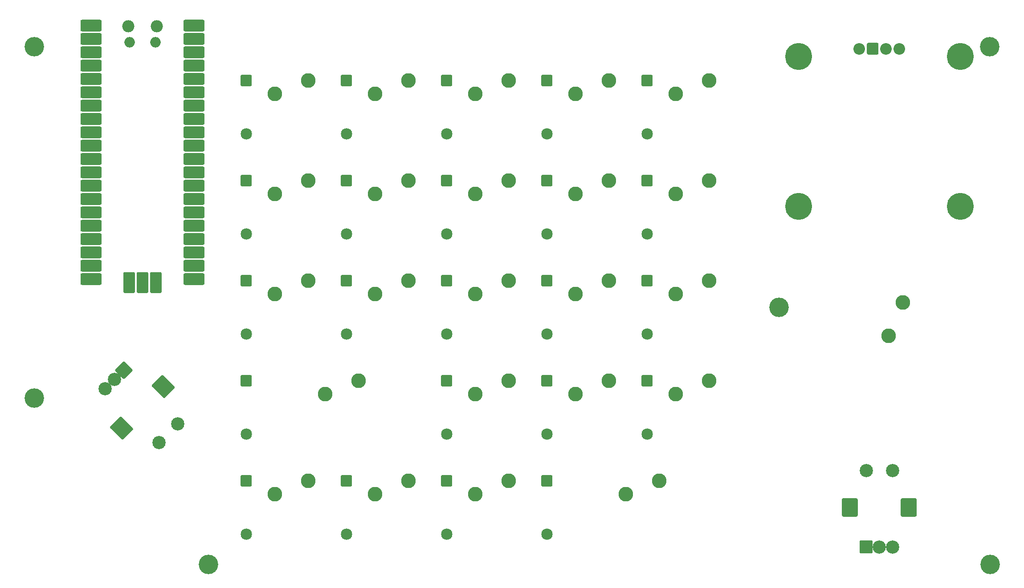
<source format=gts>
%TF.GenerationSoftware,KiCad,Pcbnew,(5.1.10-1-10_14)*%
%TF.CreationDate,2021-11-02T16:22:22+01:00*%
%TF.ProjectId,blastpad,626c6173-7470-4616-942e-6b696361645f,rev?*%
%TF.SameCoordinates,Original*%
%TF.FileFunction,Soldermask,Top*%
%TF.FilePolarity,Negative*%
%FSLAX46Y46*%
G04 Gerber Fmt 4.6, Leading zero omitted, Abs format (unit mm)*
G04 Created by KiCad (PCBNEW (5.1.10-1-10_14)) date 2021-11-02 16:22:22*
%MOMM*%
%LPD*%
G01*
G04 APERTURE LIST*
%ADD10C,3.708000*%
%ADD11C,2.159000*%
%ADD12C,2.208000*%
%ADD13C,5.128000*%
%ADD14O,2.208000X2.208000*%
%ADD15O,2.008000X2.008000*%
%ADD16O,2.308000X2.308000*%
%ADD17C,2.794000*%
%ADD18C,2.508000*%
G04 APERTURE END LIST*
D10*
%TO.C,M3*%
X512120000Y-127010000D03*
%TD*%
%TO.C,M3*%
X363542135Y-127010000D03*
%TD*%
D11*
%TO.C,D4:4*%
X446900000Y-45080000D03*
G36*
G01*
X447725500Y-35999500D02*
X446074500Y-35999500D01*
G75*
G02*
X445820500Y-35745500I0J254000D01*
G01*
X445820500Y-34094500D01*
G75*
G02*
X446074500Y-33840500I254000J0D01*
G01*
X447725500Y-33840500D01*
G75*
G02*
X447979500Y-34094500I0J-254000D01*
G01*
X447979500Y-35745500D01*
G75*
G02*
X447725500Y-35999500I-254000J0D01*
G01*
G37*
%TD*%
%TO.C,D4:3*%
X427850000Y-45080000D03*
G36*
G01*
X428675500Y-35999500D02*
X427024500Y-35999500D01*
G75*
G02*
X426770500Y-35745500I0J254000D01*
G01*
X426770500Y-34094500D01*
G75*
G02*
X427024500Y-33840500I254000J0D01*
G01*
X428675500Y-33840500D01*
G75*
G02*
X428929500Y-34094500I0J-254000D01*
G01*
X428929500Y-35745500D01*
G75*
G02*
X428675500Y-35999500I-254000J0D01*
G01*
G37*
%TD*%
%TO.C,D4:2*%
X408800000Y-45080000D03*
G36*
G01*
X409625500Y-35999500D02*
X407974500Y-35999500D01*
G75*
G02*
X407720500Y-35745500I0J254000D01*
G01*
X407720500Y-34094500D01*
G75*
G02*
X407974500Y-33840500I254000J0D01*
G01*
X409625500Y-33840500D01*
G75*
G02*
X409879500Y-34094500I0J-254000D01*
G01*
X409879500Y-35745500D01*
G75*
G02*
X409625500Y-35999500I-254000J0D01*
G01*
G37*
%TD*%
%TO.C,D4:1*%
X389750000Y-45080000D03*
G36*
G01*
X390575500Y-35999500D02*
X388924500Y-35999500D01*
G75*
G02*
X388670500Y-35745500I0J254000D01*
G01*
X388670500Y-34094500D01*
G75*
G02*
X388924500Y-33840500I254000J0D01*
G01*
X390575500Y-33840500D01*
G75*
G02*
X390829500Y-34094500I0J-254000D01*
G01*
X390829500Y-35745500D01*
G75*
G02*
X390575500Y-35999500I-254000J0D01*
G01*
G37*
%TD*%
%TO.C,D4:0*%
X370700000Y-45080000D03*
G36*
G01*
X371525500Y-35999500D02*
X369874500Y-35999500D01*
G75*
G02*
X369620500Y-35745500I0J254000D01*
G01*
X369620500Y-34094500D01*
G75*
G02*
X369874500Y-33840500I254000J0D01*
G01*
X371525500Y-33840500D01*
G75*
G02*
X371779500Y-34094500I0J-254000D01*
G01*
X371779500Y-35745500D01*
G75*
G02*
X371525500Y-35999500I-254000J0D01*
G01*
G37*
%TD*%
%TO.C,D3:4*%
X446900000Y-64130000D03*
G36*
G01*
X447725500Y-55049500D02*
X446074500Y-55049500D01*
G75*
G02*
X445820500Y-54795500I0J254000D01*
G01*
X445820500Y-53144500D01*
G75*
G02*
X446074500Y-52890500I254000J0D01*
G01*
X447725500Y-52890500D01*
G75*
G02*
X447979500Y-53144500I0J-254000D01*
G01*
X447979500Y-54795500D01*
G75*
G02*
X447725500Y-55049500I-254000J0D01*
G01*
G37*
%TD*%
%TO.C,D3:3*%
X427850000Y-64130000D03*
G36*
G01*
X428675500Y-55049500D02*
X427024500Y-55049500D01*
G75*
G02*
X426770500Y-54795500I0J254000D01*
G01*
X426770500Y-53144500D01*
G75*
G02*
X427024500Y-52890500I254000J0D01*
G01*
X428675500Y-52890500D01*
G75*
G02*
X428929500Y-53144500I0J-254000D01*
G01*
X428929500Y-54795500D01*
G75*
G02*
X428675500Y-55049500I-254000J0D01*
G01*
G37*
%TD*%
%TO.C,D3:2*%
X408800000Y-64130000D03*
G36*
G01*
X409625500Y-55049500D02*
X407974500Y-55049500D01*
G75*
G02*
X407720500Y-54795500I0J254000D01*
G01*
X407720500Y-53144500D01*
G75*
G02*
X407974500Y-52890500I254000J0D01*
G01*
X409625500Y-52890500D01*
G75*
G02*
X409879500Y-53144500I0J-254000D01*
G01*
X409879500Y-54795500D01*
G75*
G02*
X409625500Y-55049500I-254000J0D01*
G01*
G37*
%TD*%
%TO.C,D3:1*%
X389750000Y-64130000D03*
G36*
G01*
X390575500Y-55049500D02*
X388924500Y-55049500D01*
G75*
G02*
X388670500Y-54795500I0J254000D01*
G01*
X388670500Y-53144500D01*
G75*
G02*
X388924500Y-52890500I254000J0D01*
G01*
X390575500Y-52890500D01*
G75*
G02*
X390829500Y-53144500I0J-254000D01*
G01*
X390829500Y-54795500D01*
G75*
G02*
X390575500Y-55049500I-254000J0D01*
G01*
G37*
%TD*%
%TO.C,D3:0*%
X370700000Y-64130000D03*
G36*
G01*
X371525500Y-55049500D02*
X369874500Y-55049500D01*
G75*
G02*
X369620500Y-54795500I0J254000D01*
G01*
X369620500Y-53144500D01*
G75*
G02*
X369874500Y-52890500I254000J0D01*
G01*
X371525500Y-52890500D01*
G75*
G02*
X371779500Y-53144500I0J-254000D01*
G01*
X371779500Y-54795500D01*
G75*
G02*
X371525500Y-55049500I-254000J0D01*
G01*
G37*
%TD*%
%TO.C,D2:4*%
X446900000Y-83180000D03*
G36*
G01*
X447725500Y-74099500D02*
X446074500Y-74099500D01*
G75*
G02*
X445820500Y-73845500I0J254000D01*
G01*
X445820500Y-72194500D01*
G75*
G02*
X446074500Y-71940500I254000J0D01*
G01*
X447725500Y-71940500D01*
G75*
G02*
X447979500Y-72194500I0J-254000D01*
G01*
X447979500Y-73845500D01*
G75*
G02*
X447725500Y-74099500I-254000J0D01*
G01*
G37*
%TD*%
%TO.C,D2:3*%
X427850000Y-83180000D03*
G36*
G01*
X428675500Y-74099500D02*
X427024500Y-74099500D01*
G75*
G02*
X426770500Y-73845500I0J254000D01*
G01*
X426770500Y-72194500D01*
G75*
G02*
X427024500Y-71940500I254000J0D01*
G01*
X428675500Y-71940500D01*
G75*
G02*
X428929500Y-72194500I0J-254000D01*
G01*
X428929500Y-73845500D01*
G75*
G02*
X428675500Y-74099500I-254000J0D01*
G01*
G37*
%TD*%
%TO.C,D2:2*%
X408800000Y-83180000D03*
G36*
G01*
X409625500Y-74099500D02*
X407974500Y-74099500D01*
G75*
G02*
X407720500Y-73845500I0J254000D01*
G01*
X407720500Y-72194500D01*
G75*
G02*
X407974500Y-71940500I254000J0D01*
G01*
X409625500Y-71940500D01*
G75*
G02*
X409879500Y-72194500I0J-254000D01*
G01*
X409879500Y-73845500D01*
G75*
G02*
X409625500Y-74099500I-254000J0D01*
G01*
G37*
%TD*%
%TO.C,D2:1*%
X389750000Y-83180000D03*
G36*
G01*
X390575500Y-74099500D02*
X388924500Y-74099500D01*
G75*
G02*
X388670500Y-73845500I0J254000D01*
G01*
X388670500Y-72194500D01*
G75*
G02*
X388924500Y-71940500I254000J0D01*
G01*
X390575500Y-71940500D01*
G75*
G02*
X390829500Y-72194500I0J-254000D01*
G01*
X390829500Y-73845500D01*
G75*
G02*
X390575500Y-74099500I-254000J0D01*
G01*
G37*
%TD*%
%TO.C,D2:0*%
X370700000Y-83180000D03*
G36*
G01*
X371525500Y-74099500D02*
X369874500Y-74099500D01*
G75*
G02*
X369620500Y-73845500I0J254000D01*
G01*
X369620500Y-72194500D01*
G75*
G02*
X369874500Y-71940500I254000J0D01*
G01*
X371525500Y-71940500D01*
G75*
G02*
X371779500Y-72194500I0J-254000D01*
G01*
X371779500Y-73845500D01*
G75*
G02*
X371525500Y-74099500I-254000J0D01*
G01*
G37*
%TD*%
%TO.C,D1:4*%
X446900000Y-102230000D03*
G36*
G01*
X447725500Y-93149500D02*
X446074500Y-93149500D01*
G75*
G02*
X445820500Y-92895500I0J254000D01*
G01*
X445820500Y-91244500D01*
G75*
G02*
X446074500Y-90990500I254000J0D01*
G01*
X447725500Y-90990500D01*
G75*
G02*
X447979500Y-91244500I0J-254000D01*
G01*
X447979500Y-92895500D01*
G75*
G02*
X447725500Y-93149500I-254000J0D01*
G01*
G37*
%TD*%
%TO.C,D1:3*%
X427850000Y-102230000D03*
G36*
G01*
X428675500Y-93149500D02*
X427024500Y-93149500D01*
G75*
G02*
X426770500Y-92895500I0J254000D01*
G01*
X426770500Y-91244500D01*
G75*
G02*
X427024500Y-90990500I254000J0D01*
G01*
X428675500Y-90990500D01*
G75*
G02*
X428929500Y-91244500I0J-254000D01*
G01*
X428929500Y-92895500D01*
G75*
G02*
X428675500Y-93149500I-254000J0D01*
G01*
G37*
%TD*%
%TO.C,D1:2*%
X408800000Y-102230000D03*
G36*
G01*
X409625500Y-93149500D02*
X407974500Y-93149500D01*
G75*
G02*
X407720500Y-92895500I0J254000D01*
G01*
X407720500Y-91244500D01*
G75*
G02*
X407974500Y-90990500I254000J0D01*
G01*
X409625500Y-90990500D01*
G75*
G02*
X409879500Y-91244500I0J-254000D01*
G01*
X409879500Y-92895500D01*
G75*
G02*
X409625500Y-93149500I-254000J0D01*
G01*
G37*
%TD*%
%TO.C,D1:1*%
X370700000Y-102230000D03*
G36*
G01*
X371525500Y-93149500D02*
X369874500Y-93149500D01*
G75*
G02*
X369620500Y-92895500I0J254000D01*
G01*
X369620500Y-91244500D01*
G75*
G02*
X369874500Y-90990500I254000J0D01*
G01*
X371525500Y-90990500D01*
G75*
G02*
X371779500Y-91244500I0J-254000D01*
G01*
X371779500Y-92895500D01*
G75*
G02*
X371525500Y-93149500I-254000J0D01*
G01*
G37*
%TD*%
%TO.C,D0:4*%
X427850000Y-121280000D03*
G36*
G01*
X428675500Y-112199500D02*
X427024500Y-112199500D01*
G75*
G02*
X426770500Y-111945500I0J254000D01*
G01*
X426770500Y-110294500D01*
G75*
G02*
X427024500Y-110040500I254000J0D01*
G01*
X428675500Y-110040500D01*
G75*
G02*
X428929500Y-110294500I0J-254000D01*
G01*
X428929500Y-111945500D01*
G75*
G02*
X428675500Y-112199500I-254000J0D01*
G01*
G37*
%TD*%
%TO.C,D0:2*%
X408800000Y-121280000D03*
G36*
G01*
X409625500Y-112199500D02*
X407974500Y-112199500D01*
G75*
G02*
X407720500Y-111945500I0J254000D01*
G01*
X407720500Y-110294500D01*
G75*
G02*
X407974500Y-110040500I254000J0D01*
G01*
X409625500Y-110040500D01*
G75*
G02*
X409879500Y-110294500I0J-254000D01*
G01*
X409879500Y-111945500D01*
G75*
G02*
X409625500Y-112199500I-254000J0D01*
G01*
G37*
%TD*%
%TO.C,D0:1*%
X389750000Y-121280000D03*
G36*
G01*
X390575500Y-112199500D02*
X388924500Y-112199500D01*
G75*
G02*
X388670500Y-111945500I0J254000D01*
G01*
X388670500Y-110294500D01*
G75*
G02*
X388924500Y-110040500I254000J0D01*
G01*
X390575500Y-110040500D01*
G75*
G02*
X390829500Y-110294500I0J-254000D01*
G01*
X390829500Y-111945500D01*
G75*
G02*
X390575500Y-112199500I-254000J0D01*
G01*
G37*
%TD*%
%TO.C,D0:0*%
X370700000Y-121280000D03*
G36*
G01*
X371525500Y-112199500D02*
X369874500Y-112199500D01*
G75*
G02*
X369620500Y-111945500I0J254000D01*
G01*
X369620500Y-110294500D01*
G75*
G02*
X369874500Y-110040500I254000J0D01*
G01*
X371525500Y-110040500D01*
G75*
G02*
X371779500Y-110294500I0J-254000D01*
G01*
X371779500Y-111945500D01*
G75*
G02*
X371525500Y-112199500I-254000J0D01*
G01*
G37*
%TD*%
D10*
%TO.C,M3*%
X472000000Y-78100000D03*
%TD*%
%TO.C,M3*%
X512050000Y-28500000D03*
%TD*%
%TO.C,M3*%
X330400000Y-28500000D03*
%TD*%
%TO.C,M3*%
X330400000Y-95340000D03*
%TD*%
%TO.C,DISPLAY1*%
G36*
G01*
X488706000Y-29725000D02*
X488706000Y-28025000D01*
G75*
G02*
X488960000Y-27771000I254000J0D01*
G01*
X490660000Y-27771000D01*
G75*
G02*
X490914000Y-28025000I0J-254000D01*
G01*
X490914000Y-29725000D01*
G75*
G02*
X490660000Y-29979000I-254000J0D01*
G01*
X488960000Y-29979000D01*
G75*
G02*
X488706000Y-29725000I0J254000D01*
G01*
G37*
D12*
X492350000Y-28875000D03*
X494890000Y-28875000D03*
X487270000Y-28875000D03*
D13*
X475677400Y-30333000D03*
X506482600Y-30333000D03*
X506482600Y-58907000D03*
X475677400Y-58907000D03*
%TD*%
D14*
%TO.C,MCU1*%
X353540000Y-72500000D03*
G36*
G01*
X354390000Y-75404000D02*
X352690000Y-75404000D01*
G75*
G02*
X352436000Y-75150000I0J254000D01*
G01*
X352436000Y-71650000D01*
G75*
G02*
X352690000Y-71396000I254000J0D01*
G01*
X354390000Y-71396000D01*
G75*
G02*
X354644000Y-71650000I0J-254000D01*
G01*
X354644000Y-75150000D01*
G75*
G02*
X354390000Y-75404000I-254000J0D01*
G01*
G37*
G36*
G01*
X349896000Y-73350000D02*
X349896000Y-71650000D01*
G75*
G02*
X350150000Y-71396000I254000J0D01*
G01*
X351850000Y-71396000D01*
G75*
G02*
X352104000Y-71650000I0J-254000D01*
G01*
X352104000Y-73350000D01*
G75*
G02*
X351850000Y-73604000I-254000J0D01*
G01*
X350150000Y-73604000D01*
G75*
G02*
X349896000Y-73350000I0J254000D01*
G01*
G37*
G36*
G01*
X351850000Y-75404000D02*
X350150000Y-75404000D01*
G75*
G02*
X349896000Y-75150000I0J254000D01*
G01*
X349896000Y-71650000D01*
G75*
G02*
X350150000Y-71396000I254000J0D01*
G01*
X351850000Y-71396000D01*
G75*
G02*
X352104000Y-71650000I0J-254000D01*
G01*
X352104000Y-75150000D01*
G75*
G02*
X351850000Y-75404000I-254000J0D01*
G01*
G37*
X348460000Y-72500000D03*
G36*
G01*
X349310000Y-75404000D02*
X347610000Y-75404000D01*
G75*
G02*
X347356000Y-75150000I0J254000D01*
G01*
X347356000Y-71650000D01*
G75*
G02*
X347610000Y-71396000I254000J0D01*
G01*
X349310000Y-71396000D01*
G75*
G02*
X349564000Y-71650000I0J-254000D01*
G01*
X349564000Y-75150000D01*
G75*
G02*
X349310000Y-75404000I-254000J0D01*
G01*
G37*
D15*
X353425000Y-27630000D03*
X348575000Y-27630000D03*
D16*
X353725000Y-24600000D03*
X348275000Y-24600000D03*
G36*
G01*
X358786000Y-73580000D02*
X358786000Y-71880000D01*
G75*
G02*
X359040000Y-71626000I254000J0D01*
G01*
X362540000Y-71626000D01*
G75*
G02*
X362794000Y-71880000I0J-254000D01*
G01*
X362794000Y-73580000D01*
G75*
G02*
X362540000Y-73834000I-254000J0D01*
G01*
X359040000Y-73834000D01*
G75*
G02*
X358786000Y-73580000I0J254000D01*
G01*
G37*
G36*
G01*
X358786000Y-71040000D02*
X358786000Y-69340000D01*
G75*
G02*
X359040000Y-69086000I254000J0D01*
G01*
X362540000Y-69086000D01*
G75*
G02*
X362794000Y-69340000I0J-254000D01*
G01*
X362794000Y-71040000D01*
G75*
G02*
X362540000Y-71294000I-254000J0D01*
G01*
X359040000Y-71294000D01*
G75*
G02*
X358786000Y-71040000I0J254000D01*
G01*
G37*
G36*
G01*
X358786000Y-68500000D02*
X358786000Y-66800000D01*
G75*
G02*
X359040000Y-66546000I254000J0D01*
G01*
X362540000Y-66546000D01*
G75*
G02*
X362794000Y-66800000I0J-254000D01*
G01*
X362794000Y-68500000D01*
G75*
G02*
X362540000Y-68754000I-254000J0D01*
G01*
X359040000Y-68754000D01*
G75*
G02*
X358786000Y-68500000I0J254000D01*
G01*
G37*
G36*
G01*
X358786000Y-65960000D02*
X358786000Y-64260000D01*
G75*
G02*
X359040000Y-64006000I254000J0D01*
G01*
X362540000Y-64006000D01*
G75*
G02*
X362794000Y-64260000I0J-254000D01*
G01*
X362794000Y-65960000D01*
G75*
G02*
X362540000Y-66214000I-254000J0D01*
G01*
X359040000Y-66214000D01*
G75*
G02*
X358786000Y-65960000I0J254000D01*
G01*
G37*
G36*
G01*
X358786000Y-63420000D02*
X358786000Y-61720000D01*
G75*
G02*
X359040000Y-61466000I254000J0D01*
G01*
X362540000Y-61466000D01*
G75*
G02*
X362794000Y-61720000I0J-254000D01*
G01*
X362794000Y-63420000D01*
G75*
G02*
X362540000Y-63674000I-254000J0D01*
G01*
X359040000Y-63674000D01*
G75*
G02*
X358786000Y-63420000I0J254000D01*
G01*
G37*
G36*
G01*
X358786000Y-60880000D02*
X358786000Y-59180000D01*
G75*
G02*
X359040000Y-58926000I254000J0D01*
G01*
X362540000Y-58926000D01*
G75*
G02*
X362794000Y-59180000I0J-254000D01*
G01*
X362794000Y-60880000D01*
G75*
G02*
X362540000Y-61134000I-254000J0D01*
G01*
X359040000Y-61134000D01*
G75*
G02*
X358786000Y-60880000I0J254000D01*
G01*
G37*
G36*
G01*
X358786000Y-58340000D02*
X358786000Y-56640000D01*
G75*
G02*
X359040000Y-56386000I254000J0D01*
G01*
X362540000Y-56386000D01*
G75*
G02*
X362794000Y-56640000I0J-254000D01*
G01*
X362794000Y-58340000D01*
G75*
G02*
X362540000Y-58594000I-254000J0D01*
G01*
X359040000Y-58594000D01*
G75*
G02*
X358786000Y-58340000I0J254000D01*
G01*
G37*
G36*
G01*
X358786000Y-55800000D02*
X358786000Y-54100000D01*
G75*
G02*
X359040000Y-53846000I254000J0D01*
G01*
X362540000Y-53846000D01*
G75*
G02*
X362794000Y-54100000I0J-254000D01*
G01*
X362794000Y-55800000D01*
G75*
G02*
X362540000Y-56054000I-254000J0D01*
G01*
X359040000Y-56054000D01*
G75*
G02*
X358786000Y-55800000I0J254000D01*
G01*
G37*
G36*
G01*
X358786000Y-53260000D02*
X358786000Y-51560000D01*
G75*
G02*
X359040000Y-51306000I254000J0D01*
G01*
X362540000Y-51306000D01*
G75*
G02*
X362794000Y-51560000I0J-254000D01*
G01*
X362794000Y-53260000D01*
G75*
G02*
X362540000Y-53514000I-254000J0D01*
G01*
X359040000Y-53514000D01*
G75*
G02*
X358786000Y-53260000I0J254000D01*
G01*
G37*
G36*
G01*
X358786000Y-50720000D02*
X358786000Y-49020000D01*
G75*
G02*
X359040000Y-48766000I254000J0D01*
G01*
X362540000Y-48766000D01*
G75*
G02*
X362794000Y-49020000I0J-254000D01*
G01*
X362794000Y-50720000D01*
G75*
G02*
X362540000Y-50974000I-254000J0D01*
G01*
X359040000Y-50974000D01*
G75*
G02*
X358786000Y-50720000I0J254000D01*
G01*
G37*
G36*
G01*
X358786000Y-48180000D02*
X358786000Y-46480000D01*
G75*
G02*
X359040000Y-46226000I254000J0D01*
G01*
X362540000Y-46226000D01*
G75*
G02*
X362794000Y-46480000I0J-254000D01*
G01*
X362794000Y-48180000D01*
G75*
G02*
X362540000Y-48434000I-254000J0D01*
G01*
X359040000Y-48434000D01*
G75*
G02*
X358786000Y-48180000I0J254000D01*
G01*
G37*
G36*
G01*
X358786000Y-45640000D02*
X358786000Y-43940000D01*
G75*
G02*
X359040000Y-43686000I254000J0D01*
G01*
X362540000Y-43686000D01*
G75*
G02*
X362794000Y-43940000I0J-254000D01*
G01*
X362794000Y-45640000D01*
G75*
G02*
X362540000Y-45894000I-254000J0D01*
G01*
X359040000Y-45894000D01*
G75*
G02*
X358786000Y-45640000I0J254000D01*
G01*
G37*
G36*
G01*
X358786000Y-43100000D02*
X358786000Y-41400000D01*
G75*
G02*
X359040000Y-41146000I254000J0D01*
G01*
X362540000Y-41146000D01*
G75*
G02*
X362794000Y-41400000I0J-254000D01*
G01*
X362794000Y-43100000D01*
G75*
G02*
X362540000Y-43354000I-254000J0D01*
G01*
X359040000Y-43354000D01*
G75*
G02*
X358786000Y-43100000I0J254000D01*
G01*
G37*
G36*
G01*
X358786000Y-40560000D02*
X358786000Y-38860000D01*
G75*
G02*
X359040000Y-38606000I254000J0D01*
G01*
X362540000Y-38606000D01*
G75*
G02*
X362794000Y-38860000I0J-254000D01*
G01*
X362794000Y-40560000D01*
G75*
G02*
X362540000Y-40814000I-254000J0D01*
G01*
X359040000Y-40814000D01*
G75*
G02*
X358786000Y-40560000I0J254000D01*
G01*
G37*
G36*
G01*
X358786000Y-38020000D02*
X358786000Y-36320000D01*
G75*
G02*
X359040000Y-36066000I254000J0D01*
G01*
X362540000Y-36066000D01*
G75*
G02*
X362794000Y-36320000I0J-254000D01*
G01*
X362794000Y-38020000D01*
G75*
G02*
X362540000Y-38274000I-254000J0D01*
G01*
X359040000Y-38274000D01*
G75*
G02*
X358786000Y-38020000I0J254000D01*
G01*
G37*
G36*
G01*
X358786000Y-35480000D02*
X358786000Y-33780000D01*
G75*
G02*
X359040000Y-33526000I254000J0D01*
G01*
X362540000Y-33526000D01*
G75*
G02*
X362794000Y-33780000I0J-254000D01*
G01*
X362794000Y-35480000D01*
G75*
G02*
X362540000Y-35734000I-254000J0D01*
G01*
X359040000Y-35734000D01*
G75*
G02*
X358786000Y-35480000I0J254000D01*
G01*
G37*
G36*
G01*
X358786000Y-32940000D02*
X358786000Y-31240000D01*
G75*
G02*
X359040000Y-30986000I254000J0D01*
G01*
X362540000Y-30986000D01*
G75*
G02*
X362794000Y-31240000I0J-254000D01*
G01*
X362794000Y-32940000D01*
G75*
G02*
X362540000Y-33194000I-254000J0D01*
G01*
X359040000Y-33194000D01*
G75*
G02*
X358786000Y-32940000I0J254000D01*
G01*
G37*
G36*
G01*
X358786000Y-30400000D02*
X358786000Y-28700000D01*
G75*
G02*
X359040000Y-28446000I254000J0D01*
G01*
X362540000Y-28446000D01*
G75*
G02*
X362794000Y-28700000I0J-254000D01*
G01*
X362794000Y-30400000D01*
G75*
G02*
X362540000Y-30654000I-254000J0D01*
G01*
X359040000Y-30654000D01*
G75*
G02*
X358786000Y-30400000I0J254000D01*
G01*
G37*
G36*
G01*
X358786000Y-27860000D02*
X358786000Y-26160000D01*
G75*
G02*
X359040000Y-25906000I254000J0D01*
G01*
X362540000Y-25906000D01*
G75*
G02*
X362794000Y-26160000I0J-254000D01*
G01*
X362794000Y-27860000D01*
G75*
G02*
X362540000Y-28114000I-254000J0D01*
G01*
X359040000Y-28114000D01*
G75*
G02*
X358786000Y-27860000I0J254000D01*
G01*
G37*
G36*
G01*
X358786000Y-25320000D02*
X358786000Y-23620000D01*
G75*
G02*
X359040000Y-23366000I254000J0D01*
G01*
X362540000Y-23366000D01*
G75*
G02*
X362794000Y-23620000I0J-254000D01*
G01*
X362794000Y-25320000D01*
G75*
G02*
X362540000Y-25574000I-254000J0D01*
G01*
X359040000Y-25574000D01*
G75*
G02*
X358786000Y-25320000I0J254000D01*
G01*
G37*
G36*
G01*
X339206000Y-73580000D02*
X339206000Y-71880000D01*
G75*
G02*
X339460000Y-71626000I254000J0D01*
G01*
X342960000Y-71626000D01*
G75*
G02*
X343214000Y-71880000I0J-254000D01*
G01*
X343214000Y-73580000D01*
G75*
G02*
X342960000Y-73834000I-254000J0D01*
G01*
X339460000Y-73834000D01*
G75*
G02*
X339206000Y-73580000I0J254000D01*
G01*
G37*
G36*
G01*
X339206000Y-71040000D02*
X339206000Y-69340000D01*
G75*
G02*
X339460000Y-69086000I254000J0D01*
G01*
X342960000Y-69086000D01*
G75*
G02*
X343214000Y-69340000I0J-254000D01*
G01*
X343214000Y-71040000D01*
G75*
G02*
X342960000Y-71294000I-254000J0D01*
G01*
X339460000Y-71294000D01*
G75*
G02*
X339206000Y-71040000I0J254000D01*
G01*
G37*
G36*
G01*
X339206000Y-68500000D02*
X339206000Y-66800000D01*
G75*
G02*
X339460000Y-66546000I254000J0D01*
G01*
X342960000Y-66546000D01*
G75*
G02*
X343214000Y-66800000I0J-254000D01*
G01*
X343214000Y-68500000D01*
G75*
G02*
X342960000Y-68754000I-254000J0D01*
G01*
X339460000Y-68754000D01*
G75*
G02*
X339206000Y-68500000I0J254000D01*
G01*
G37*
G36*
G01*
X339206000Y-65960000D02*
X339206000Y-64260000D01*
G75*
G02*
X339460000Y-64006000I254000J0D01*
G01*
X342960000Y-64006000D01*
G75*
G02*
X343214000Y-64260000I0J-254000D01*
G01*
X343214000Y-65960000D01*
G75*
G02*
X342960000Y-66214000I-254000J0D01*
G01*
X339460000Y-66214000D01*
G75*
G02*
X339206000Y-65960000I0J254000D01*
G01*
G37*
G36*
G01*
X339206000Y-63420000D02*
X339206000Y-61720000D01*
G75*
G02*
X339460000Y-61466000I254000J0D01*
G01*
X342960000Y-61466000D01*
G75*
G02*
X343214000Y-61720000I0J-254000D01*
G01*
X343214000Y-63420000D01*
G75*
G02*
X342960000Y-63674000I-254000J0D01*
G01*
X339460000Y-63674000D01*
G75*
G02*
X339206000Y-63420000I0J254000D01*
G01*
G37*
G36*
G01*
X339206000Y-60880000D02*
X339206000Y-59180000D01*
G75*
G02*
X339460000Y-58926000I254000J0D01*
G01*
X342960000Y-58926000D01*
G75*
G02*
X343214000Y-59180000I0J-254000D01*
G01*
X343214000Y-60880000D01*
G75*
G02*
X342960000Y-61134000I-254000J0D01*
G01*
X339460000Y-61134000D01*
G75*
G02*
X339206000Y-60880000I0J254000D01*
G01*
G37*
G36*
G01*
X339206000Y-58340000D02*
X339206000Y-56640000D01*
G75*
G02*
X339460000Y-56386000I254000J0D01*
G01*
X342960000Y-56386000D01*
G75*
G02*
X343214000Y-56640000I0J-254000D01*
G01*
X343214000Y-58340000D01*
G75*
G02*
X342960000Y-58594000I-254000J0D01*
G01*
X339460000Y-58594000D01*
G75*
G02*
X339206000Y-58340000I0J254000D01*
G01*
G37*
G36*
G01*
X339206000Y-55800000D02*
X339206000Y-54100000D01*
G75*
G02*
X339460000Y-53846000I254000J0D01*
G01*
X342960000Y-53846000D01*
G75*
G02*
X343214000Y-54100000I0J-254000D01*
G01*
X343214000Y-55800000D01*
G75*
G02*
X342960000Y-56054000I-254000J0D01*
G01*
X339460000Y-56054000D01*
G75*
G02*
X339206000Y-55800000I0J254000D01*
G01*
G37*
G36*
G01*
X339206000Y-53260000D02*
X339206000Y-51560000D01*
G75*
G02*
X339460000Y-51306000I254000J0D01*
G01*
X342960000Y-51306000D01*
G75*
G02*
X343214000Y-51560000I0J-254000D01*
G01*
X343214000Y-53260000D01*
G75*
G02*
X342960000Y-53514000I-254000J0D01*
G01*
X339460000Y-53514000D01*
G75*
G02*
X339206000Y-53260000I0J254000D01*
G01*
G37*
G36*
G01*
X339206000Y-50720000D02*
X339206000Y-49020000D01*
G75*
G02*
X339460000Y-48766000I254000J0D01*
G01*
X342960000Y-48766000D01*
G75*
G02*
X343214000Y-49020000I0J-254000D01*
G01*
X343214000Y-50720000D01*
G75*
G02*
X342960000Y-50974000I-254000J0D01*
G01*
X339460000Y-50974000D01*
G75*
G02*
X339206000Y-50720000I0J254000D01*
G01*
G37*
G36*
G01*
X339206000Y-48180000D02*
X339206000Y-46480000D01*
G75*
G02*
X339460000Y-46226000I254000J0D01*
G01*
X342960000Y-46226000D01*
G75*
G02*
X343214000Y-46480000I0J-254000D01*
G01*
X343214000Y-48180000D01*
G75*
G02*
X342960000Y-48434000I-254000J0D01*
G01*
X339460000Y-48434000D01*
G75*
G02*
X339206000Y-48180000I0J254000D01*
G01*
G37*
G36*
G01*
X339206000Y-45640000D02*
X339206000Y-43940000D01*
G75*
G02*
X339460000Y-43686000I254000J0D01*
G01*
X342960000Y-43686000D01*
G75*
G02*
X343214000Y-43940000I0J-254000D01*
G01*
X343214000Y-45640000D01*
G75*
G02*
X342960000Y-45894000I-254000J0D01*
G01*
X339460000Y-45894000D01*
G75*
G02*
X339206000Y-45640000I0J254000D01*
G01*
G37*
G36*
G01*
X339206000Y-43100000D02*
X339206000Y-41400000D01*
G75*
G02*
X339460000Y-41146000I254000J0D01*
G01*
X342960000Y-41146000D01*
G75*
G02*
X343214000Y-41400000I0J-254000D01*
G01*
X343214000Y-43100000D01*
G75*
G02*
X342960000Y-43354000I-254000J0D01*
G01*
X339460000Y-43354000D01*
G75*
G02*
X339206000Y-43100000I0J254000D01*
G01*
G37*
G36*
G01*
X339206000Y-40560000D02*
X339206000Y-38860000D01*
G75*
G02*
X339460000Y-38606000I254000J0D01*
G01*
X342960000Y-38606000D01*
G75*
G02*
X343214000Y-38860000I0J-254000D01*
G01*
X343214000Y-40560000D01*
G75*
G02*
X342960000Y-40814000I-254000J0D01*
G01*
X339460000Y-40814000D01*
G75*
G02*
X339206000Y-40560000I0J254000D01*
G01*
G37*
G36*
G01*
X339206000Y-38020000D02*
X339206000Y-36320000D01*
G75*
G02*
X339460000Y-36066000I254000J0D01*
G01*
X342960000Y-36066000D01*
G75*
G02*
X343214000Y-36320000I0J-254000D01*
G01*
X343214000Y-38020000D01*
G75*
G02*
X342960000Y-38274000I-254000J0D01*
G01*
X339460000Y-38274000D01*
G75*
G02*
X339206000Y-38020000I0J254000D01*
G01*
G37*
G36*
G01*
X339206000Y-35480000D02*
X339206000Y-33780000D01*
G75*
G02*
X339460000Y-33526000I254000J0D01*
G01*
X342960000Y-33526000D01*
G75*
G02*
X343214000Y-33780000I0J-254000D01*
G01*
X343214000Y-35480000D01*
G75*
G02*
X342960000Y-35734000I-254000J0D01*
G01*
X339460000Y-35734000D01*
G75*
G02*
X339206000Y-35480000I0J254000D01*
G01*
G37*
G36*
G01*
X339206000Y-32940000D02*
X339206000Y-31240000D01*
G75*
G02*
X339460000Y-30986000I254000J0D01*
G01*
X342960000Y-30986000D01*
G75*
G02*
X343214000Y-31240000I0J-254000D01*
G01*
X343214000Y-32940000D01*
G75*
G02*
X342960000Y-33194000I-254000J0D01*
G01*
X339460000Y-33194000D01*
G75*
G02*
X339206000Y-32940000I0J254000D01*
G01*
G37*
G36*
G01*
X339206000Y-30400000D02*
X339206000Y-28700000D01*
G75*
G02*
X339460000Y-28446000I254000J0D01*
G01*
X342960000Y-28446000D01*
G75*
G02*
X343214000Y-28700000I0J-254000D01*
G01*
X343214000Y-30400000D01*
G75*
G02*
X342960000Y-30654000I-254000J0D01*
G01*
X339460000Y-30654000D01*
G75*
G02*
X339206000Y-30400000I0J254000D01*
G01*
G37*
G36*
G01*
X339206000Y-27860000D02*
X339206000Y-26160000D01*
G75*
G02*
X339460000Y-25906000I254000J0D01*
G01*
X342960000Y-25906000D01*
G75*
G02*
X343214000Y-26160000I0J-254000D01*
G01*
X343214000Y-27860000D01*
G75*
G02*
X342960000Y-28114000I-254000J0D01*
G01*
X339460000Y-28114000D01*
G75*
G02*
X339206000Y-27860000I0J254000D01*
G01*
G37*
G36*
G01*
X339206000Y-25320000D02*
X339206000Y-23620000D01*
G75*
G02*
X339460000Y-23366000I254000J0D01*
G01*
X342960000Y-23366000D01*
G75*
G02*
X343214000Y-23620000I0J-254000D01*
G01*
X343214000Y-25320000D01*
G75*
G02*
X342960000Y-25574000I-254000J0D01*
G01*
X339460000Y-25574000D01*
G75*
G02*
X339206000Y-25320000I0J254000D01*
G01*
G37*
D14*
X359890000Y-24470000D03*
X359890000Y-27010000D03*
G36*
G01*
X358786000Y-30400000D02*
X358786000Y-28700000D01*
G75*
G02*
X359040000Y-28446000I254000J0D01*
G01*
X360740000Y-28446000D01*
G75*
G02*
X360994000Y-28700000I0J-254000D01*
G01*
X360994000Y-30400000D01*
G75*
G02*
X360740000Y-30654000I-254000J0D01*
G01*
X359040000Y-30654000D01*
G75*
G02*
X358786000Y-30400000I0J254000D01*
G01*
G37*
X359890000Y-32090000D03*
X359890000Y-34630000D03*
X359890000Y-37170000D03*
X359890000Y-39710000D03*
G36*
G01*
X358786000Y-43100000D02*
X358786000Y-41400000D01*
G75*
G02*
X359040000Y-41146000I254000J0D01*
G01*
X360740000Y-41146000D01*
G75*
G02*
X360994000Y-41400000I0J-254000D01*
G01*
X360994000Y-43100000D01*
G75*
G02*
X360740000Y-43354000I-254000J0D01*
G01*
X359040000Y-43354000D01*
G75*
G02*
X358786000Y-43100000I0J254000D01*
G01*
G37*
X359890000Y-44790000D03*
X359890000Y-47330000D03*
X359890000Y-49870000D03*
X359890000Y-52410000D03*
G36*
G01*
X358786000Y-55800000D02*
X358786000Y-54100000D01*
G75*
G02*
X359040000Y-53846000I254000J0D01*
G01*
X360740000Y-53846000D01*
G75*
G02*
X360994000Y-54100000I0J-254000D01*
G01*
X360994000Y-55800000D01*
G75*
G02*
X360740000Y-56054000I-254000J0D01*
G01*
X359040000Y-56054000D01*
G75*
G02*
X358786000Y-55800000I0J254000D01*
G01*
G37*
X359890000Y-57490000D03*
X359890000Y-60030000D03*
X359890000Y-62570000D03*
X359890000Y-65110000D03*
G36*
G01*
X358786000Y-68500000D02*
X358786000Y-66800000D01*
G75*
G02*
X359040000Y-66546000I254000J0D01*
G01*
X360740000Y-66546000D01*
G75*
G02*
X360994000Y-66800000I0J-254000D01*
G01*
X360994000Y-68500000D01*
G75*
G02*
X360740000Y-68754000I-254000J0D01*
G01*
X359040000Y-68754000D01*
G75*
G02*
X358786000Y-68500000I0J254000D01*
G01*
G37*
X359890000Y-70190000D03*
X359890000Y-72730000D03*
X342110000Y-72730000D03*
X342110000Y-70190000D03*
G36*
G01*
X341006000Y-68500000D02*
X341006000Y-66800000D01*
G75*
G02*
X341260000Y-66546000I254000J0D01*
G01*
X342960000Y-66546000D01*
G75*
G02*
X343214000Y-66800000I0J-254000D01*
G01*
X343214000Y-68500000D01*
G75*
G02*
X342960000Y-68754000I-254000J0D01*
G01*
X341260000Y-68754000D01*
G75*
G02*
X341006000Y-68500000I0J254000D01*
G01*
G37*
X342110000Y-65110000D03*
X342110000Y-62570000D03*
X342110000Y-60030000D03*
X342110000Y-57490000D03*
G36*
G01*
X341006000Y-55800000D02*
X341006000Y-54100000D01*
G75*
G02*
X341260000Y-53846000I254000J0D01*
G01*
X342960000Y-53846000D01*
G75*
G02*
X343214000Y-54100000I0J-254000D01*
G01*
X343214000Y-55800000D01*
G75*
G02*
X342960000Y-56054000I-254000J0D01*
G01*
X341260000Y-56054000D01*
G75*
G02*
X341006000Y-55800000I0J254000D01*
G01*
G37*
X342110000Y-52410000D03*
X342110000Y-49870000D03*
X342110000Y-47330000D03*
X342110000Y-44790000D03*
G36*
G01*
X341006000Y-43100000D02*
X341006000Y-41400000D01*
G75*
G02*
X341260000Y-41146000I254000J0D01*
G01*
X342960000Y-41146000D01*
G75*
G02*
X343214000Y-41400000I0J-254000D01*
G01*
X343214000Y-43100000D01*
G75*
G02*
X342960000Y-43354000I-254000J0D01*
G01*
X341260000Y-43354000D01*
G75*
G02*
X341006000Y-43100000I0J254000D01*
G01*
G37*
X342110000Y-39710000D03*
X342110000Y-37170000D03*
X342110000Y-34630000D03*
X342110000Y-32090000D03*
G36*
G01*
X341006000Y-30400000D02*
X341006000Y-28700000D01*
G75*
G02*
X341260000Y-28446000I254000J0D01*
G01*
X342960000Y-28446000D01*
G75*
G02*
X343214000Y-28700000I0J-254000D01*
G01*
X343214000Y-30400000D01*
G75*
G02*
X342960000Y-30654000I-254000J0D01*
G01*
X341260000Y-30654000D01*
G75*
G02*
X341006000Y-30400000I0J254000D01*
G01*
G37*
X342110000Y-27010000D03*
X342110000Y-24470000D03*
%TD*%
D17*
%TO.C,SW0:0*%
X376190000Y-113660000D03*
X382540000Y-111120000D03*
%TD*%
%TO.C,SW0:1*%
X395240000Y-113660000D03*
X401590000Y-111120000D03*
%TD*%
%TO.C,SW0:2*%
X414290000Y-113660000D03*
X420640000Y-111120000D03*
%TD*%
%TO.C,SW0:4*%
X442865000Y-113660000D03*
X449215000Y-111120000D03*
%TD*%
%TO.C,SW1:1*%
X385715000Y-94610000D03*
X392065000Y-92070000D03*
%TD*%
%TO.C,SW1:2*%
X414290000Y-94610000D03*
X420640000Y-92070000D03*
%TD*%
%TO.C,SW1:3*%
X433340000Y-94610000D03*
X439690000Y-92070000D03*
%TD*%
%TO.C,SW1:4*%
X452390000Y-94610000D03*
X458740000Y-92070000D03*
%TD*%
%TO.C,SW2:0*%
X376190000Y-75560000D03*
X382540000Y-73020000D03*
%TD*%
%TO.C,SW2:1*%
X395240000Y-75560000D03*
X401590000Y-73020000D03*
%TD*%
%TO.C,SW2:2*%
X414290000Y-75560000D03*
X420640000Y-73020000D03*
%TD*%
%TO.C,SW2:3*%
X433340000Y-75560000D03*
X439690000Y-73020000D03*
%TD*%
%TO.C,SW2:4*%
X452390000Y-75560000D03*
X458740000Y-73020000D03*
%TD*%
%TO.C,SW3:0*%
X376190000Y-56510000D03*
X382540000Y-53970000D03*
%TD*%
%TO.C,SW3:1*%
X395240000Y-56510000D03*
X401590000Y-53970000D03*
%TD*%
%TO.C,SW3:2*%
X414290000Y-56510000D03*
X420640000Y-53970000D03*
%TD*%
%TO.C,SW3:3*%
X433340000Y-56510000D03*
X439690000Y-53970000D03*
%TD*%
%TO.C,SW3:4*%
X452390000Y-56510000D03*
X458740000Y-53970000D03*
%TD*%
%TO.C,SW4:0*%
X376190000Y-37460000D03*
X382540000Y-34920000D03*
%TD*%
%TO.C,SW4:1*%
X395240000Y-37460000D03*
X401590000Y-34920000D03*
%TD*%
%TO.C,SW4:2*%
X414290000Y-37460000D03*
X420640000Y-34920000D03*
%TD*%
%TO.C,SW4:3*%
X433340000Y-37460000D03*
X439690000Y-34920000D03*
%TD*%
%TO.C,SW4:4*%
X452390000Y-37460000D03*
X458740000Y-34920000D03*
%TD*%
%TO.C,SW:WHEEL1*%
X495540128Y-77201974D03*
X492846051Y-83488154D03*
%TD*%
%TO.C,EN1*%
G36*
G01*
X489550000Y-124954000D02*
X487550000Y-124954000D01*
G75*
G02*
X487296000Y-124700000I0J254000D01*
G01*
X487296000Y-122700000D01*
G75*
G02*
X487550000Y-122446000I254000J0D01*
G01*
X489550000Y-122446000D01*
G75*
G02*
X489804000Y-122700000I0J-254000D01*
G01*
X489804000Y-124700000D01*
G75*
G02*
X489550000Y-124954000I-254000J0D01*
G01*
G37*
D18*
X491050000Y-123700000D03*
X493550000Y-123700000D03*
G36*
G01*
X486700001Y-117954000D02*
X484199999Y-117954000D01*
G75*
G02*
X483946000Y-117700001I0J253999D01*
G01*
X483946000Y-114699999D01*
G75*
G02*
X484199999Y-114446000I253999J0D01*
G01*
X486700001Y-114446000D01*
G75*
G02*
X486954000Y-114699999I0J-253999D01*
G01*
X486954000Y-117700001D01*
G75*
G02*
X486700001Y-117954000I-253999J0D01*
G01*
G37*
G36*
G01*
X497900001Y-117954000D02*
X495399999Y-117954000D01*
G75*
G02*
X495146000Y-117700001I0J253999D01*
G01*
X495146000Y-114699999D01*
G75*
G02*
X495399999Y-114446000I253999J0D01*
G01*
X497900001Y-114446000D01*
G75*
G02*
X498154000Y-114699999I0J-253999D01*
G01*
X498154000Y-117700001D01*
G75*
G02*
X497900001Y-117954000I-253999J0D01*
G01*
G37*
X488550000Y-109200000D03*
X493550000Y-109200000D03*
%TD*%
%TO.C,EN2*%
G36*
G01*
X345856181Y-89895395D02*
X347270395Y-88481181D01*
G75*
G02*
X347629605Y-88481181I179605J-179605D01*
G01*
X349043819Y-89895395D01*
G75*
G02*
X349043819Y-90254605I-179605J-179605D01*
G01*
X347629605Y-91668819D01*
G75*
G02*
X347270395Y-91668819I-179605J179605D01*
G01*
X345856181Y-90254605D01*
G75*
G02*
X345856181Y-89895395I179605J179605D01*
G01*
G37*
X345682233Y-91842767D03*
X343914466Y-93610534D03*
G36*
G01*
X352821183Y-92829889D02*
X354588951Y-91062121D01*
G75*
G02*
X354948159Y-91062121I179604J-179604D01*
G01*
X357069481Y-93183443D01*
G75*
G02*
X357069481Y-93542651I-179604J-179604D01*
G01*
X355301713Y-95310419D01*
G75*
G02*
X354942505Y-95310419I-179604J179604D01*
G01*
X352821183Y-93189097D01*
G75*
G02*
X352821183Y-92829889I179604J179604D01*
G01*
G37*
G36*
G01*
X344901587Y-100749485D02*
X346669355Y-98981717D01*
G75*
G02*
X347028563Y-98981717I179604J-179604D01*
G01*
X349149885Y-101103039D01*
G75*
G02*
X349149885Y-101462247I-179604J-179604D01*
G01*
X347382117Y-103230015D01*
G75*
G02*
X347022909Y-103230015I-179604J179604D01*
G01*
X344901587Y-101108693D01*
G75*
G02*
X344901587Y-100749485I179604J179604D01*
G01*
G37*
X357703048Y-100328048D03*
X354167514Y-103863582D03*
%TD*%
M02*

</source>
